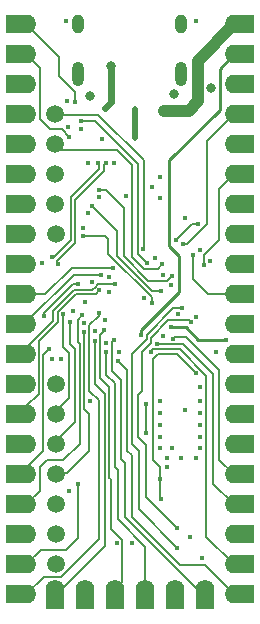
<source format=gbl>
G04 #@! TF.GenerationSoftware,KiCad,Pcbnew,6.0.1-79c1e3a40b~116~ubuntu20.04.1*
G04 #@! TF.CreationDate,2022-07-08T20:10:07+02:00*
G04 #@! TF.ProjectId,microcontroller_mini,6d696372-6f63-46f6-9e74-726f6c6c6572,rev?*
G04 #@! TF.SameCoordinates,Original*
G04 #@! TF.FileFunction,Copper,L4,Bot*
G04 #@! TF.FilePolarity,Positive*
%FSLAX46Y46*%
G04 Gerber Fmt 4.6, Leading zero omitted, Abs format (unit mm)*
G04 Created by KiCad (PCBNEW 6.0.1-79c1e3a40b~116~ubuntu20.04.1) date 2022-07-08 20:10:07*
%MOMM*%
%LPD*%
G01*
G04 APERTURE LIST*
G04 #@! TA.AperFunction,ComponentPad*
%ADD10O,2.400000X1.600000*%
G04 #@! TD*
G04 #@! TA.AperFunction,ComponentPad*
%ADD11R,1.000000X1.600000*%
G04 #@! TD*
G04 #@! TA.AperFunction,ComponentPad*
%ADD12R,1.600000X1.000000*%
G04 #@! TD*
G04 #@! TA.AperFunction,ComponentPad*
%ADD13O,1.600000X2.400000*%
G04 #@! TD*
G04 #@! TA.AperFunction,ComponentPad*
%ADD14C,1.500000*%
G04 #@! TD*
G04 #@! TA.AperFunction,ComponentPad*
%ADD15O,1.000000X1.600000*%
G04 #@! TD*
G04 #@! TA.AperFunction,ComponentPad*
%ADD16O,1.000000X2.100000*%
G04 #@! TD*
G04 #@! TA.AperFunction,ViaPad*
%ADD17C,0.450000*%
G04 #@! TD*
G04 #@! TA.AperFunction,ViaPad*
%ADD18C,0.800000*%
G04 #@! TD*
G04 #@! TA.AperFunction,Conductor*
%ADD19C,0.250000*%
G04 #@! TD*
G04 #@! TA.AperFunction,Conductor*
%ADD20C,0.150000*%
G04 #@! TD*
G04 #@! TA.AperFunction,Conductor*
%ADD21C,1.000000*%
G04 #@! TD*
G04 #@! TA.AperFunction,Conductor*
%ADD22C,0.200000*%
G04 #@! TD*
G04 #@! TA.AperFunction,Conductor*
%ADD23C,0.600000*%
G04 #@! TD*
G04 #@! TA.AperFunction,Conductor*
%ADD24C,0.500000*%
G04 #@! TD*
G04 APERTURE END LIST*
D10*
X104860978Y-50810000D03*
D11*
X105660978Y-50810000D03*
D10*
X104860978Y-53350000D03*
D11*
X105660978Y-53350000D03*
X105660978Y-55890000D03*
D10*
X104860978Y-55890000D03*
D11*
X105660978Y-58430000D03*
D10*
X104860978Y-58430000D03*
D11*
X105660978Y-60970000D03*
D10*
X104860978Y-60970000D03*
X104860978Y-63510000D03*
D11*
X105660978Y-63510000D03*
X105660978Y-66050000D03*
D10*
X104860978Y-66050000D03*
X104860978Y-68590000D03*
D11*
X105660978Y-68590000D03*
X105660978Y-71130000D03*
D10*
X104860978Y-71130000D03*
X104860978Y-73670000D03*
D11*
X105660978Y-73670000D03*
D10*
X104860978Y-76210000D03*
D11*
X105660978Y-76210000D03*
D10*
X104860978Y-78750000D03*
D11*
X105660978Y-78750000D03*
D10*
X104860978Y-81290000D03*
D11*
X105660978Y-81290000D03*
X105660978Y-83830000D03*
D10*
X104860978Y-83830000D03*
D11*
X105660978Y-86370000D03*
D10*
X104860978Y-86370000D03*
X104860978Y-88910000D03*
D11*
X105660978Y-88910000D03*
X105660978Y-91450000D03*
D10*
X104860978Y-91450000D03*
X104860978Y-93990000D03*
D11*
X105660978Y-93990000D03*
D10*
X104860978Y-96530000D03*
D11*
X105660978Y-96530000D03*
X105660978Y-99070000D03*
D10*
X104860978Y-99070000D03*
D12*
X102010978Y-99810000D03*
D13*
X102010978Y-99010000D03*
X99470978Y-99010000D03*
D12*
X99470978Y-99810000D03*
X96930978Y-99810000D03*
D13*
X96930978Y-99010000D03*
D12*
X94390978Y-99810000D03*
D13*
X94390978Y-99010000D03*
D12*
X91850978Y-99810000D03*
D13*
X91850978Y-99010000D03*
D12*
X89310978Y-99810000D03*
D13*
X89310978Y-99010000D03*
D10*
X86460978Y-99070000D03*
D11*
X85660978Y-99070000D03*
D10*
X86460978Y-96530000D03*
D11*
X85660978Y-96530000D03*
X85660978Y-93990000D03*
D10*
X86460978Y-93990000D03*
X86460978Y-91450000D03*
D11*
X85660978Y-91450000D03*
D10*
X86460978Y-88910000D03*
D11*
X85660978Y-88910000D03*
D10*
X86460978Y-86370000D03*
D11*
X85660978Y-86370000D03*
D10*
X86460978Y-83830000D03*
D11*
X85660978Y-83830000D03*
D10*
X86460978Y-81290000D03*
D11*
X85660978Y-81290000D03*
X85660978Y-78750000D03*
D10*
X86460978Y-78750000D03*
X86460978Y-76210000D03*
D11*
X85660978Y-76210000D03*
X85660978Y-73670000D03*
D10*
X86460978Y-73670000D03*
D11*
X85660978Y-71130000D03*
D10*
X86460978Y-71130000D03*
D11*
X85660978Y-68590000D03*
D10*
X86460978Y-68590000D03*
D11*
X85660978Y-66050000D03*
D10*
X86460978Y-66050000D03*
D11*
X85660978Y-63510000D03*
D10*
X86460978Y-63510000D03*
D11*
X85660978Y-60970000D03*
D10*
X86460978Y-60970000D03*
D11*
X85660978Y-58430000D03*
D10*
X86460978Y-58430000D03*
X86460978Y-55890000D03*
D11*
X85660978Y-55890000D03*
D10*
X86460978Y-53350000D03*
D11*
X85660978Y-53350000D03*
X85660978Y-50810000D03*
D10*
X86460978Y-50810000D03*
D14*
X89400000Y-96530000D03*
X89400000Y-93990000D03*
X89400000Y-91450000D03*
X89400000Y-88910000D03*
X89400000Y-86370000D03*
X89400000Y-83830000D03*
X89400000Y-81290000D03*
X89300000Y-58430000D03*
X89300000Y-60970000D03*
X89300000Y-63510000D03*
X89300000Y-66050000D03*
X89400000Y-68590000D03*
D15*
X91280000Y-50790000D03*
D16*
X99920000Y-54970000D03*
D15*
X99920000Y-50790000D03*
D16*
X91280000Y-54970000D03*
D17*
X103800000Y-77500000D03*
X99129483Y-76454659D03*
X91800000Y-74300000D03*
X101600000Y-84700000D03*
X101600000Y-83700000D03*
D18*
X92293364Y-56882038D03*
D17*
X101600000Y-85700000D03*
X102402379Y-70797623D03*
X98200000Y-86700000D03*
X91700000Y-68000000D03*
X90300000Y-57300000D03*
X101760100Y-96010878D03*
X98200000Y-82700000D03*
X92100000Y-66800000D03*
X100330978Y-83430000D03*
X101400000Y-67700000D03*
X98400000Y-71999500D03*
X97800000Y-70600000D03*
X100000000Y-87500000D03*
X91500000Y-59700000D03*
D18*
X99400000Y-56700000D03*
D17*
X101210978Y-75548521D03*
X94300000Y-62500000D03*
X101600000Y-86700000D03*
X98200000Y-85700000D03*
X102900000Y-78500000D03*
X101586444Y-69900000D03*
X99100000Y-72900000D03*
X94500000Y-94700000D03*
X100260978Y-67210000D03*
X98800000Y-88300000D03*
X97500000Y-64600000D03*
X93900000Y-72200000D03*
X95300500Y-65300000D03*
X99529308Y-69089896D03*
X93500000Y-75800000D03*
X88200000Y-71000000D03*
X100700000Y-94200000D03*
X95800000Y-94700000D03*
X98200000Y-84700000D03*
X94700000Y-78500000D03*
X99691071Y-75360500D03*
X98200000Y-63700000D03*
X96822758Y-73929158D03*
X90403200Y-59496800D03*
X90260978Y-50510000D03*
X101200000Y-87500000D03*
X90800000Y-75100000D03*
D18*
X102524500Y-56200000D03*
D17*
X101600000Y-81500000D03*
X98200000Y-65500000D03*
X91705916Y-76042220D03*
X93250000Y-60500000D03*
X92287344Y-82703530D03*
X93053200Y-65446800D03*
X99230000Y-86700000D03*
X98460978Y-77210000D03*
X90500000Y-90300000D03*
X92700000Y-76800000D03*
X98200000Y-83700000D03*
X92100000Y-62500000D03*
X92415610Y-72615608D03*
X89000000Y-79100000D03*
X93600000Y-77800000D03*
X93900000Y-73500000D03*
X101200000Y-50500000D03*
X101600000Y-82700000D03*
X98800000Y-87500000D03*
X101200000Y-80300000D03*
X98300000Y-91024989D03*
X98150000Y-89250000D03*
D18*
X98500000Y-58100000D03*
D17*
X90949503Y-57400000D03*
X94400000Y-72800000D03*
X93048624Y-73324685D03*
X93000000Y-75200000D03*
X88800000Y-78300000D03*
X96544833Y-77100000D03*
X90500000Y-60300000D03*
X92650999Y-77618223D03*
X93406504Y-76659246D03*
X93649500Y-78571152D03*
X100100000Y-69400000D03*
X101000000Y-70300000D03*
X94311676Y-77518416D03*
X94200000Y-71400000D03*
X93184053Y-71979523D03*
X94600000Y-79300000D03*
X88400000Y-75500000D03*
X91271336Y-72750989D03*
X91615788Y-75399001D03*
X89800000Y-79100000D03*
X91200000Y-89700000D03*
X97400000Y-78500000D03*
X101890031Y-71202226D03*
X89565549Y-71052851D03*
X93600000Y-62512000D03*
X92900000Y-62512000D03*
X89047149Y-70534451D03*
X97958781Y-77850500D03*
X99300000Y-77400000D03*
X91500000Y-59000000D03*
X97100000Y-71000000D03*
X93500000Y-57900000D03*
D18*
X94000000Y-54300000D03*
D17*
X96100000Y-58000000D03*
X96100000Y-60400000D03*
X96749500Y-69800000D03*
X98371185Y-71129093D03*
X99200000Y-72079079D03*
X92995771Y-64799842D03*
X98300000Y-73400000D03*
X92399999Y-66199998D03*
X97500000Y-74400000D03*
X91700000Y-68700000D03*
X90000000Y-75300000D03*
X91725351Y-76806443D03*
X90600000Y-76000000D03*
X99600000Y-93400000D03*
X100770702Y-76026026D03*
X99660543Y-95100000D03*
X100044960Y-74815875D03*
X97000000Y-82900000D03*
X97000000Y-85400000D03*
D19*
X99129483Y-76454659D02*
X100354659Y-76454659D01*
X100354659Y-76454659D02*
X101400000Y-77500000D01*
X101400000Y-77500000D02*
X103800000Y-77500000D01*
D20*
X100919204Y-67700000D02*
X101400000Y-67700000D01*
X99529308Y-69089896D02*
X100919204Y-67700000D01*
X98150000Y-90874989D02*
X98150000Y-89250000D01*
X98300000Y-91024989D02*
X98150000Y-90874989D01*
X101200000Y-80300000D02*
X99600000Y-78700000D01*
X97600000Y-79100000D02*
X97600000Y-87700000D01*
X99600000Y-78700000D02*
X98000000Y-78700000D01*
X97600000Y-87700000D02*
X98150000Y-88250000D01*
X98150000Y-88250000D02*
X98150000Y-89250000D01*
X98000000Y-78700000D02*
X97600000Y-79100000D01*
D21*
X101400000Y-53870978D02*
X101400000Y-57310000D01*
X101400000Y-57310000D02*
X100610000Y-58100000D01*
X104460978Y-50810000D02*
X101400000Y-53870978D01*
X100610000Y-58100000D02*
X98500000Y-58100000D01*
D20*
X89600000Y-55200000D02*
X90949503Y-56549503D01*
X90949503Y-56549503D02*
X90949503Y-57400000D01*
X86860978Y-50810000D02*
X89600000Y-53549022D01*
X89600000Y-53549022D02*
X89600000Y-55200000D01*
X86860978Y-78750000D02*
X86860978Y-78188296D01*
X92638120Y-73099500D02*
X92930720Y-72806900D01*
X86860978Y-78188296D02*
X89156943Y-75892331D01*
X92930720Y-72800000D02*
X94400000Y-72800000D01*
X92606902Y-73099500D02*
X92638120Y-73099500D01*
X89156943Y-75892331D02*
X89156943Y-75077534D01*
X92930720Y-72806900D02*
X92930720Y-72800000D01*
X92406402Y-73300000D02*
X92606902Y-73099500D01*
X89156943Y-75077534D02*
X90934477Y-73300000D01*
X90934477Y-73300000D02*
X92406402Y-73300000D01*
X92773798Y-73599511D02*
X93048624Y-73324685D01*
X89550499Y-75993058D02*
X89550499Y-75113810D01*
X86860978Y-83139022D02*
X87935498Y-82064502D01*
X87935498Y-77608059D02*
X89550499Y-75993058D01*
X91064798Y-73599511D02*
X92773798Y-73599511D01*
X86860978Y-83830000D02*
X86860978Y-83139022D01*
X89550499Y-75113810D02*
X91064798Y-73599511D01*
X87935498Y-82064502D02*
X87935498Y-77608059D01*
X92200499Y-76254039D02*
X92200499Y-81800499D01*
X93000000Y-75454538D02*
X92200499Y-76254039D01*
X93000000Y-94400000D02*
X89835489Y-97564511D01*
X93000000Y-82600000D02*
X93000000Y-94400000D01*
X92200499Y-81800499D02*
X93000000Y-82600000D01*
X88366467Y-97564511D02*
X86860978Y-99070000D01*
X93000000Y-75200000D02*
X93000000Y-75454538D01*
X89835489Y-97564511D02*
X88366467Y-97564511D01*
X88300000Y-86935489D02*
X86860978Y-88374511D01*
X88300000Y-78800000D02*
X88300000Y-86935489D01*
X88800000Y-78300000D02*
X88300000Y-78800000D01*
X86860978Y-88374511D02*
X86860978Y-88910000D01*
D19*
X103249001Y-54561977D02*
X103249001Y-58050999D01*
X99770000Y-73470000D02*
X96544833Y-76695167D01*
X98979807Y-69579807D02*
X99770000Y-70370000D01*
X99770000Y-70370000D02*
X99770000Y-73470000D01*
X104460978Y-53350000D02*
X103249001Y-54561977D01*
X98979807Y-62320193D02*
X98979807Y-69579807D01*
X96544833Y-76695167D02*
X96544833Y-77100000D01*
X103249001Y-58050999D02*
X98979807Y-62320193D01*
D20*
X86860978Y-53350000D02*
X88000000Y-54489022D01*
X88000000Y-54489022D02*
X88000000Y-58807400D01*
X89900000Y-59700000D02*
X90500000Y-60300000D01*
X88000000Y-58807400D02*
X88892600Y-59700000D01*
X88892600Y-59700000D02*
X89900000Y-59700000D01*
X89890000Y-98610000D02*
X89310978Y-98610000D01*
X93500000Y-95000000D02*
X89890000Y-98610000D01*
X92650999Y-81250999D02*
X93500000Y-82100000D01*
X93500000Y-82100000D02*
X93500000Y-95000000D01*
X92650999Y-77618223D02*
X92650999Y-81250999D01*
X93406504Y-76659246D02*
X93406504Y-76799898D01*
X93100499Y-77105903D02*
X93100499Y-80701987D01*
X93900000Y-89200000D02*
X94003201Y-89303201D01*
X93100499Y-80701987D02*
X93900000Y-81501488D01*
X95000000Y-94493598D02*
X95000000Y-98000978D01*
X94003201Y-93496799D02*
X95000000Y-94493598D01*
X93406504Y-76799898D02*
X93100499Y-77105903D01*
X95000000Y-98000978D02*
X94390978Y-98610000D01*
X94003201Y-89303201D02*
X94003201Y-93496799D01*
X93900000Y-81501488D02*
X93900000Y-89200000D01*
X94600000Y-88500000D02*
X94600000Y-92700000D01*
X96930978Y-95030978D02*
X96930978Y-98610000D01*
X94400000Y-88300000D02*
X94600000Y-88500000D01*
X93649500Y-80449500D02*
X94400000Y-81200000D01*
X94400000Y-81200000D02*
X94400000Y-88300000D01*
X94600000Y-92700000D02*
X96930978Y-95030978D01*
X93649500Y-78571152D02*
X93649500Y-80449500D01*
X102200000Y-67700000D02*
X100500000Y-69400000D01*
X102200000Y-60690978D02*
X102200000Y-67700000D01*
X100500000Y-69400000D02*
X100100000Y-69400000D01*
X104460978Y-58430000D02*
X102200000Y-60690978D01*
X104460978Y-73670000D02*
X102270000Y-73670000D01*
X102270000Y-73670000D02*
X101000000Y-72400000D01*
X101000000Y-72400000D02*
X101000000Y-70300000D01*
X101310000Y-98610000D02*
X102010978Y-98610000D01*
X94311676Y-77518416D02*
X94129215Y-77700877D01*
X94129215Y-80129215D02*
X94900000Y-80900000D01*
X94900000Y-87600000D02*
X95200000Y-87900000D01*
X94129215Y-77700877D02*
X94129215Y-80129215D01*
X94900000Y-80900000D02*
X94900000Y-87600000D01*
X95200000Y-92500000D02*
X101310000Y-98610000D01*
X95200000Y-87900000D02*
X95200000Y-92500000D01*
X94200000Y-71400000D02*
X90700000Y-71400000D01*
X88430000Y-73670000D02*
X86860978Y-73670000D01*
X90700000Y-71400000D02*
X88430000Y-73670000D01*
X86860978Y-76210000D02*
X86860978Y-75989022D01*
X90870477Y-71979523D02*
X93184053Y-71979523D01*
X86860978Y-75989022D02*
X90870477Y-71979523D01*
X99900000Y-96600000D02*
X95800000Y-92500000D01*
X95400000Y-80100000D02*
X94600000Y-79300000D01*
X104460978Y-99070000D02*
X101990978Y-96600000D01*
X95800000Y-87300000D02*
X95400000Y-86900000D01*
X95800000Y-92500000D02*
X95800000Y-87300000D01*
X101990978Y-96600000D02*
X99900000Y-96600000D01*
X95400000Y-86900000D02*
X95400000Y-80100000D01*
X90849011Y-72750989D02*
X91271336Y-72750989D01*
X88400000Y-75200000D02*
X90849011Y-72750989D01*
X88400000Y-75500000D02*
X88400000Y-75200000D01*
X88000000Y-90310978D02*
X86860978Y-91450000D01*
X91615788Y-75399001D02*
X91200499Y-75814290D01*
X90000000Y-87700000D02*
X88600000Y-87700000D01*
X91200499Y-77700499D02*
X91400000Y-77900000D01*
X88000000Y-88300000D02*
X88000000Y-90310978D01*
X91400000Y-77900000D02*
X91400000Y-86300000D01*
X91400000Y-86300000D02*
X90000000Y-87700000D01*
X91200499Y-75814290D02*
X91200499Y-77700499D01*
X88600000Y-87700000D02*
X88000000Y-88300000D01*
X88090978Y-95300000D02*
X90200000Y-95300000D01*
X91200000Y-94300000D02*
X91200000Y-89700000D01*
X90200000Y-95300000D02*
X91200000Y-94300000D01*
X86860978Y-96530000D02*
X88090978Y-95300000D01*
X97600000Y-78300000D02*
X97400000Y-78500000D01*
X104460978Y-96530000D02*
X102100000Y-94169022D01*
X102100000Y-80564309D02*
X99835691Y-78300000D01*
X99835691Y-78300000D02*
X97600000Y-78300000D01*
X102100000Y-94169022D02*
X102100000Y-80564309D01*
X103210978Y-69039021D02*
X101890031Y-70359968D01*
X103210978Y-64760000D02*
X103210978Y-69039021D01*
X104460978Y-63510000D02*
X103210978Y-64760000D01*
X101890031Y-70359968D02*
X101890031Y-71202226D01*
D22*
X93475000Y-63243200D02*
X91025999Y-65692201D01*
X91025999Y-65692201D02*
X91025999Y-69292201D01*
X93475001Y-62636999D02*
X93475000Y-63243200D01*
X93600000Y-62512000D02*
X93475001Y-62636999D01*
X91025999Y-69292201D02*
X89459100Y-70859100D01*
X93025000Y-63056800D02*
X90626489Y-65455311D01*
X92900000Y-62512000D02*
X93024999Y-62636999D01*
X90626488Y-69055312D02*
X89140900Y-70540900D01*
X93024999Y-62636999D02*
X93025000Y-63056800D01*
X90626489Y-65455311D02*
X90626488Y-69055312D01*
D20*
X100150500Y-77850500D02*
X97958781Y-77850500D01*
X102700000Y-80400000D02*
X100150500Y-77850500D01*
X104460978Y-91450000D02*
X102700000Y-89689022D01*
X102700000Y-89689022D02*
X102700000Y-80400000D01*
X103200000Y-87649022D02*
X104460978Y-88910000D01*
X103200000Y-80100000D02*
X103200000Y-87649022D01*
X100400000Y-77300000D02*
X103200000Y-80100000D01*
X99300000Y-77400000D02*
X99400000Y-77300000D01*
X99400000Y-77300000D02*
X100400000Y-77300000D01*
X96300000Y-62600000D02*
X96300000Y-70200000D01*
X91500000Y-59000000D02*
X92700000Y-59000000D01*
X96300000Y-70200000D02*
X97100000Y-71000000D01*
X92700000Y-59000000D02*
X96300000Y-62600000D01*
D23*
X94000000Y-54300000D02*
X94000000Y-57400000D01*
X94000000Y-57400000D02*
X93500000Y-57900000D01*
D24*
X96100000Y-58000000D02*
X96100000Y-60400000D01*
D20*
X92940000Y-58440000D02*
X96800000Y-62300000D01*
X96800000Y-69749500D02*
X96749500Y-69800000D01*
X96800000Y-62300000D02*
X96800000Y-69749500D01*
X89300000Y-58440000D02*
X92940000Y-58440000D01*
X96800000Y-71500000D02*
X98000278Y-71500000D01*
X95800000Y-70500000D02*
X96800000Y-71500000D01*
X89720000Y-61400000D02*
X94500000Y-61400000D01*
X98000278Y-71500000D02*
X98371185Y-71129093D01*
X89300000Y-60980000D02*
X89720000Y-61400000D01*
X94500000Y-61400000D02*
X95800000Y-62700000D01*
X95800000Y-62700000D02*
X95800000Y-70500000D01*
X95150000Y-70450000D02*
X97199001Y-72499001D01*
X93599842Y-64799842D02*
X95150000Y-66350000D01*
X92995771Y-64799842D02*
X93599842Y-64799842D01*
X95150000Y-66350000D02*
X95150000Y-70450000D01*
X97199001Y-72499001D02*
X98780078Y-72499001D01*
X98780078Y-72499001D02*
X99200000Y-72079079D01*
X92399999Y-66199998D02*
X94500000Y-68299999D01*
X94500000Y-68299999D02*
X94500000Y-70400000D01*
X97500000Y-73400000D02*
X98300000Y-73400000D01*
X94500000Y-70400000D02*
X97500000Y-73400000D01*
X93500000Y-68700000D02*
X93800000Y-69000000D01*
X97500000Y-73900000D02*
X97500000Y-74400000D01*
X93800000Y-69000000D02*
X93800000Y-70200000D01*
X91700000Y-68700000D02*
X93500000Y-68700000D01*
X93800000Y-70200000D02*
X97500000Y-73900000D01*
X90500000Y-78600000D02*
X90000000Y-78100000D01*
X89200000Y-83740000D02*
X90500000Y-82440000D01*
X90000000Y-78100000D02*
X90000000Y-75300000D01*
X90500000Y-82440000D02*
X90500000Y-78600000D01*
X92200000Y-86900000D02*
X90280000Y-88820000D01*
X91725351Y-83325351D02*
X92200000Y-83800000D01*
X91725351Y-76806443D02*
X91725351Y-83325351D01*
X90280000Y-88820000D02*
X89200000Y-88820000D01*
X92200000Y-83800000D02*
X92200000Y-86900000D01*
X89200000Y-86280000D02*
X91000000Y-84480000D01*
X91000000Y-78300000D02*
X90600000Y-77900000D01*
X90600000Y-77900000D02*
X90600000Y-76000000D01*
X91000000Y-84480000D02*
X91000000Y-78300000D01*
X100770702Y-76026026D02*
X100604676Y-75860000D01*
X97000000Y-90800000D02*
X99600000Y-93400000D01*
X96300499Y-85700499D02*
X97000000Y-86400000D01*
X98888440Y-75860000D02*
X97400499Y-77347941D01*
X96646799Y-81853201D02*
X96300499Y-82199501D01*
X100604676Y-75860000D02*
X98888440Y-75860000D01*
X97000000Y-86400000D02*
X97000000Y-90800000D01*
X99700000Y-93500000D02*
X99600000Y-93400000D01*
X97400499Y-77347941D02*
X97400499Y-77793099D01*
X96646799Y-78546799D02*
X96646799Y-81853201D01*
X97400499Y-77793099D02*
X96646799Y-78546799D01*
X96300499Y-82199501D02*
X96300499Y-85700499D01*
X97047671Y-77065065D02*
X97047671Y-77451986D01*
X96411702Y-86911702D02*
X96411702Y-91851159D01*
X95800000Y-86300000D02*
X96411702Y-86911702D01*
X100044960Y-74815875D02*
X99296861Y-74815875D01*
X97047671Y-77451986D02*
X95800000Y-78699657D01*
X96411702Y-91851159D02*
X99660543Y-95100000D01*
X99296861Y-74815875D02*
X97047671Y-77065065D01*
X95800000Y-78699657D02*
X95800000Y-86300000D01*
X97000000Y-85400000D02*
X97000000Y-82900000D01*
M02*

</source>
